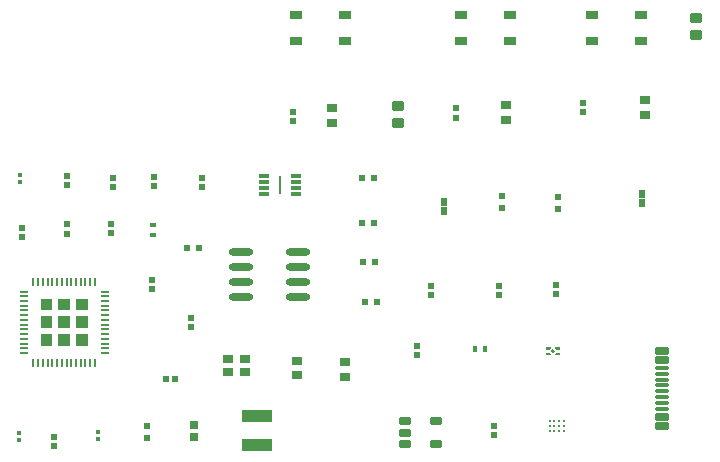
<source format=gtp>
G04*
G04 #@! TF.GenerationSoftware,Altium Limited,Altium Designer,23.9.2 (47)*
G04*
G04 Layer_Color=8421504*
%FSLAX44Y44*%
%MOMM*%
G71*
G04*
G04 #@! TF.SameCoordinates,2E1E75F7-3D1D-466E-99F7-38A65D3F2882*
G04*
G04*
G04 #@! TF.FilePolarity,Positive*
G04*
G01*
G75*
G04:AMPARAMS|DCode=16|XSize=0.24mm|YSize=0.24mm|CornerRadius=0mm|HoleSize=0mm|Usage=FLASHONLY|Rotation=135.000|XOffset=0mm|YOffset=0mm|HoleType=Round|Shape=Rectangle|*
%AMROTATEDRECTD16*
4,1,4,0.1697,-0.0000,0.0000,-0.1697,-0.1697,0.0000,-0.0000,0.1697,0.1697,-0.0000,0.0*
%
%ADD16ROTATEDRECTD16*%

%ADD17R,0.2000X1.6000*%
G04:AMPARAMS|DCode=18|XSize=0.6mm|YSize=1.15mm|CornerRadius=0.075mm|HoleSize=0mm|Usage=FLASHONLY|Rotation=90.000|XOffset=0mm|YOffset=0mm|HoleType=Round|Shape=RoundedRectangle|*
%AMROUNDEDRECTD18*
21,1,0.6000,1.0000,0,0,90.0*
21,1,0.4500,1.1500,0,0,90.0*
1,1,0.1500,0.5000,0.2250*
1,1,0.1500,0.5000,-0.2250*
1,1,0.1500,-0.5000,-0.2250*
1,1,0.1500,-0.5000,0.2250*
%
%ADD18ROUNDEDRECTD18*%
G04:AMPARAMS|DCode=19|XSize=0.3mm|YSize=1.15mm|CornerRadius=0.0375mm|HoleSize=0mm|Usage=FLASHONLY|Rotation=90.000|XOffset=0mm|YOffset=0mm|HoleType=Round|Shape=RoundedRectangle|*
%AMROUNDEDRECTD19*
21,1,0.3000,1.0750,0,0,90.0*
21,1,0.2250,1.1500,0,0,90.0*
1,1,0.0750,0.5375,0.1125*
1,1,0.0750,0.5375,-0.1125*
1,1,0.0750,-0.5375,-0.1125*
1,1,0.0750,-0.5375,0.1125*
%
%ADD19ROUNDEDRECTD19*%
%ADD20R,0.5200X0.5200*%
%ADD21R,0.3627X0.4541*%
G04:AMPARAMS|DCode=22|XSize=0.6mm|YSize=1.05mm|CornerRadius=0.075mm|HoleSize=0mm|Usage=FLASHONLY|Rotation=90.000|XOffset=0mm|YOffset=0mm|HoleType=Round|Shape=RoundedRectangle|*
%AMROUNDEDRECTD22*
21,1,0.6000,0.9000,0,0,90.0*
21,1,0.4500,1.0500,0,0,90.0*
1,1,0.1500,0.4500,0.2250*
1,1,0.1500,0.4500,-0.2250*
1,1,0.1500,-0.4500,-0.2250*
1,1,0.1500,-0.4500,0.2250*
%
%ADD22ROUNDEDRECTD22*%
%ADD23R,0.4725X0.5153*%
%ADD24R,0.5955X0.6631*%
%ADD25R,0.6062X0.6281*%
%ADD26R,0.5000X0.4000*%
%ADD27R,0.6000X0.5400*%
%ADD28R,0.6000X0.5000*%
%ADD29R,0.4000X0.5000*%
%ADD30R,0.8121X0.7581*%
%ADD31R,0.5400X0.6000*%
%ADD32R,0.5000X0.6000*%
%ADD33R,0.9000X0.7500*%
%ADD34R,0.6500X0.2200*%
%ADD35R,0.2200X0.6500*%
%ADD36R,1.0000X1.0000*%
%ADD37R,2.5000X1.0000*%
%ADD38C,0.2500*%
G04:AMPARAMS|DCode=39|XSize=0.8mm|YSize=1mm|CornerRadius=0.1mm|HoleSize=0mm|Usage=FLASHONLY|Rotation=90.000|XOffset=0mm|YOffset=0mm|HoleType=Round|Shape=RoundedRectangle|*
%AMROUNDEDRECTD39*
21,1,0.8000,0.8000,0,0,90.0*
21,1,0.6000,1.0000,0,0,90.0*
1,1,0.2000,0.4000,0.3000*
1,1,0.2000,0.4000,-0.3000*
1,1,0.2000,-0.4000,-0.3000*
1,1,0.2000,-0.4000,0.3000*
%
%ADD39ROUNDEDRECTD39*%
%ADD40R,1.0500X0.6500*%
%ADD41R,0.0500X1.4500*%
%ADD42R,0.9000X0.3000*%
%ADD43O,2.0500X0.6000*%
%ADD44R,0.9000X0.8000*%
%ADD45R,0.6500X0.7000*%
G36*
X417000Y389000D02*
X407000D01*
Y399000D01*
X417000D01*
Y389000D01*
D02*
G37*
G36*
X402000D02*
X392000D01*
Y399000D01*
X402000D01*
Y389000D01*
D02*
G37*
G36*
X387000D02*
X377000D01*
Y399000D01*
X387000D01*
Y389000D01*
D02*
G37*
G36*
X417000Y374000D02*
X407000D01*
Y384000D01*
X417000D01*
Y374000D01*
D02*
G37*
G36*
X387000D02*
X377000D01*
Y384000D01*
X387000D01*
Y374000D01*
D02*
G37*
G36*
X417000Y359000D02*
X407000D01*
Y369000D01*
X417000D01*
Y359000D01*
D02*
G37*
G36*
X402000D02*
X392000D01*
Y369000D01*
X402000D01*
Y359000D01*
D02*
G37*
G36*
X387000D02*
X377000D01*
Y369000D01*
X387000D01*
Y359000D01*
D02*
G37*
G36*
X816400Y358100D02*
Y358100D01*
X816499D01*
X816683Y358024D01*
X816824Y357884D01*
X816900Y357700D01*
Y357600D01*
X816900Y356400D01*
X816900Y356400D01*
Y356301D01*
X816824Y356117D01*
X816683Y355976D01*
X816499Y355900D01*
X814300D01*
X812700Y357500D01*
Y358100D01*
X816400Y358100D01*
D02*
G37*
G36*
X809100Y357500D02*
X807500Y355900D01*
X805300D01*
X805116Y355976D01*
X804976Y356117D01*
X804900Y356301D01*
Y356400D01*
Y356400D01*
Y357600D01*
Y357700D01*
X804976Y357884D01*
X805116Y358024D01*
X805300Y358100D01*
X805400D01*
X805400Y358100D01*
X809100Y358100D01*
Y357500D01*
D02*
G37*
G36*
X816400Y353300D02*
X816499D01*
X816683Y353224D01*
X816824Y353084D01*
X816900Y352900D01*
Y352800D01*
X816900Y352800D01*
X816900Y351600D01*
Y351501D01*
X816824Y351317D01*
X816683Y351176D01*
X816499Y351100D01*
X812700D01*
Y351700D01*
X814300Y353300D01*
X816400Y353300D01*
D02*
G37*
G36*
X809100Y351700D02*
Y351100D01*
X805400Y351101D01*
X805300D01*
X805116Y351177D01*
X804976Y351317D01*
X804900Y351501D01*
Y351600D01*
Y352800D01*
Y352900D01*
X804976Y353084D01*
X805116Y353224D01*
X805300Y353300D01*
X805400D01*
X807500Y353300D01*
X809100Y351700D01*
D02*
G37*
D16*
X810902Y354597D02*
D03*
D17*
X580001Y495001D02*
D03*
D18*
X903225Y355000D02*
D03*
Y291000D02*
D03*
Y299000D02*
D03*
Y347000D02*
D03*
D19*
Y320500D02*
D03*
Y325500D02*
D03*
Y330500D02*
D03*
Y315500D02*
D03*
Y310500D02*
D03*
Y305500D02*
D03*
Y335500D02*
D03*
Y340500D02*
D03*
D20*
X388457Y281914D02*
D03*
Y273914D02*
D03*
X729000Y552000D02*
D03*
Y560000D02*
D03*
X473000Y494000D02*
D03*
Y502000D02*
D03*
X591000Y549000D02*
D03*
Y557000D02*
D03*
X399000Y495000D02*
D03*
Y503000D02*
D03*
Y462000D02*
D03*
Y454000D02*
D03*
X836000Y565000D02*
D03*
Y557000D02*
D03*
D21*
X359000Y278957D02*
D03*
Y285043D02*
D03*
X426000Y286043D02*
D03*
Y279957D02*
D03*
X360000Y497957D02*
D03*
Y504043D02*
D03*
D22*
X712000Y295000D02*
D03*
Y276000D02*
D03*
X685500D02*
D03*
Y295000D02*
D03*
Y285501D02*
D03*
D23*
X514000Y493214D02*
D03*
Y500785D02*
D03*
X761000Y283215D02*
D03*
Y290786D02*
D03*
X696000Y351214D02*
D03*
Y358786D02*
D03*
X765000Y402429D02*
D03*
Y410000D02*
D03*
X438000Y493428D02*
D03*
Y501000D02*
D03*
X437000Y454215D02*
D03*
Y461786D02*
D03*
X471000Y407429D02*
D03*
Y415000D02*
D03*
D24*
X719000Y481065D02*
D03*
Y472935D02*
D03*
X886000Y488000D02*
D03*
Y479869D02*
D03*
D25*
X813000Y403110D02*
D03*
Y410890D02*
D03*
X708000Y402221D02*
D03*
Y410000D02*
D03*
X361000Y451220D02*
D03*
Y459000D02*
D03*
D26*
X472000Y453000D02*
D03*
Y461000D02*
D03*
D27*
X504000Y383000D02*
D03*
Y374800D02*
D03*
D28*
X467000Y281000D02*
D03*
Y291000D02*
D03*
X768000Y486000D02*
D03*
Y476000D02*
D03*
X815000Y475000D02*
D03*
Y485000D02*
D03*
D29*
X745000Y356000D02*
D03*
X753000D02*
D03*
D30*
X771000Y550460D02*
D03*
Y563000D02*
D03*
X624000Y560270D02*
D03*
Y547730D02*
D03*
X888999Y567270D02*
D03*
Y554730D02*
D03*
D31*
X491000Y331000D02*
D03*
X482800D02*
D03*
D32*
X649000Y463000D02*
D03*
X659000D02*
D03*
X662000Y396000D02*
D03*
X652000D02*
D03*
X649000Y501000D02*
D03*
X659000D02*
D03*
X650000Y430000D02*
D03*
X660000D02*
D03*
X501000Y442000D02*
D03*
X511000D02*
D03*
D33*
X594000Y346000D02*
D03*
Y334000D02*
D03*
X635000Y345000D02*
D03*
Y333000D02*
D03*
D34*
X431250Y405000D02*
D03*
Y401000D02*
D03*
Y397000D02*
D03*
Y393000D02*
D03*
Y389000D02*
D03*
Y385000D02*
D03*
Y381000D02*
D03*
Y377000D02*
D03*
Y373000D02*
D03*
Y369000D02*
D03*
Y365000D02*
D03*
Y361000D02*
D03*
Y357000D02*
D03*
Y352999D02*
D03*
X362750D02*
D03*
Y357000D02*
D03*
Y361000D02*
D03*
Y365000D02*
D03*
Y369000D02*
D03*
Y373000D02*
D03*
Y377000D02*
D03*
Y381000D02*
D03*
Y385000D02*
D03*
Y389000D02*
D03*
Y393000D02*
D03*
Y397000D02*
D03*
Y401000D02*
D03*
Y405000D02*
D03*
D35*
X370999Y413250D02*
D03*
X375000D02*
D03*
X379000D02*
D03*
X383000D02*
D03*
X387000D02*
D03*
X391000D02*
D03*
X395000D02*
D03*
X399000D02*
D03*
X403000D02*
D03*
X407000D02*
D03*
X411000D02*
D03*
X415000D02*
D03*
X419000D02*
D03*
X423000D02*
D03*
Y344750D02*
D03*
X419000D02*
D03*
X415000D02*
D03*
X411000D02*
D03*
X407000D02*
D03*
X403000D02*
D03*
X399000D02*
D03*
X395000D02*
D03*
X391000D02*
D03*
X387000D02*
D03*
X383000D02*
D03*
X379000D02*
D03*
X375000D02*
D03*
X370999D02*
D03*
D36*
X397000Y379000D02*
D03*
D37*
X560000Y275000D02*
D03*
Y300000D02*
D03*
D38*
X816000Y287000D02*
D03*
X812000D02*
D03*
X816000Y291000D02*
D03*
X812000D02*
D03*
X808000D02*
D03*
X816000Y295000D02*
D03*
X812000D02*
D03*
X808000D02*
D03*
X820000D02*
D03*
Y291000D02*
D03*
X808000Y287000D02*
D03*
X820000D02*
D03*
D39*
X932000Y622000D02*
D03*
Y637000D02*
D03*
X680000Y547500D02*
D03*
Y562500D02*
D03*
D40*
X774750Y617250D02*
D03*
X733250D02*
D03*
X774750Y638750D02*
D03*
X733250D02*
D03*
X885750Y617250D02*
D03*
X844250D02*
D03*
X885750Y638750D02*
D03*
X844250D02*
D03*
X634750Y617250D02*
D03*
X593250D02*
D03*
X634750Y638750D02*
D03*
X593250D02*
D03*
D41*
X580000Y495000D02*
D03*
D42*
X566500Y487500D02*
D03*
X593500Y502500D02*
D03*
Y497500D02*
D03*
Y492500D02*
D03*
Y487500D02*
D03*
X566500Y502500D02*
D03*
Y497500D02*
D03*
Y492500D02*
D03*
D43*
X546750Y399950D02*
D03*
Y438050D02*
D03*
Y425350D02*
D03*
Y412650D02*
D03*
X595250Y438050D02*
D03*
Y425350D02*
D03*
Y412650D02*
D03*
Y399950D02*
D03*
D44*
X536000Y347500D02*
D03*
X550000Y336500D02*
D03*
Y347500D02*
D03*
X536000Y336500D02*
D03*
D45*
X507000Y282250D02*
D03*
Y291750D02*
D03*
M02*

</source>
